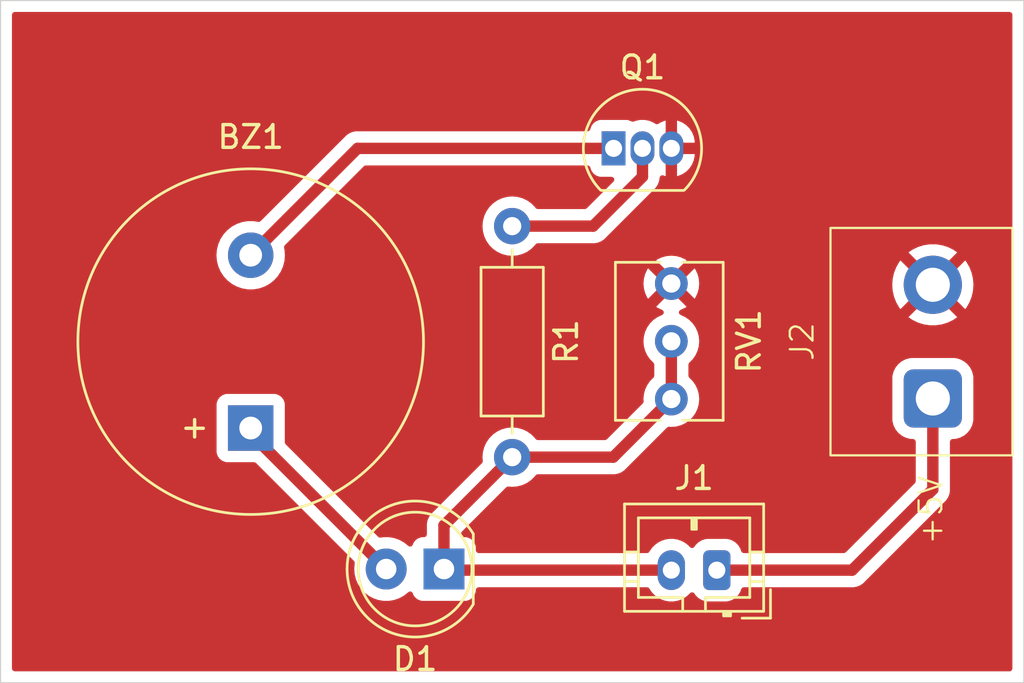
<source format=kicad_pcb>
(kicad_pcb (version 20240108) (generator "pcbnew") (generator_version "8.0")
  (layers (0 "F.Cu" signal) (31 "B.Cu" signal) (34 "B.Paste" user) (35 "F.Paste" user) (36 "B.SilkS" user "B.Silkscreen") (37 "F.SilkS" user "F.Silkscreen") (38 "B.Mask" user) (39 "F.Mask" user) (44 "Edge.Cuts" user))
  (net 0 "")
  (net 1 "+5V")
  (net 2 "Net-(BZ1--)")
  (net 3 "Net-(D1-K)")
  (net 4 "GND")
  (net 5 "Net-(Q1-B)")
  (footprint "Resistor_THT:R_Axial_DIN0207_L6.3mm_D2.5mm_P10.16mm_Horizontal" (layer "F.Cu") (at 133.5 57.42 -90)
    (property "Reference" "R1" (at 5.08 -2.37 90) (layer "F.SilkS"))
    (property "Value" "R")
    (fp_line (start 1.81 1.37) (end 8.35 1.37) (stroke (width 0.12)) (layer "F.SilkS"))
    (fp_line (start 8.35 1.37) (end 8.35 -1.37) (stroke (width 0.12)) (layer "F.SilkS"))
    (fp_line (start 1.04 0) (end 1.81 0) (stroke (width 0.12)) (layer "F.SilkS"))
    (fp_line (start 9.12 0) (end 8.35 0) (stroke (width 0.12)) (layer "F.SilkS"))
    (fp_line (start 1.81 -1.37) (end 1.81 1.37) (stroke (width 0.12)) (layer "F.SilkS"))
    (fp_line (start 8.35 -1.37) (end 1.81 -1.37) (stroke (width 0.12)) (layer "F.SilkS"))
    (pad "1" thru_hole circle (at 0 0 270) (size 1.6 1.6) (drill 0.8) (layers "*.Cu" "*.Mask") (net 5 "Net-(Q1-B)"))
    (pad "2" thru_hole oval (at 10.16 0 270) (size 1.6 1.6) (drill 0.8) (layers "*.Cu" "*.Mask") (net 3 "Net-(D1-K)"))
  )
  (footprint "Connector_JST:JST_PH_B2B-PH-K_1x02_P2.00mm_Vertical" (layer "F.Cu") (at 142.5 72.55 180)
    (property "Reference" "J1" (at 1 4.05 0) (layer "F.SilkS"))
    (property "Value" "Conn_01x02_Pin" (hide yes))
    (fp_line (start 4.06 2.91) (end 4.06 -1.81) (stroke (width 0.12)) (layer "F.SilkS"))
    (fp_line (start 4.06 0.8) (end 3.45 0.8) (stroke (width 0.12)) (layer "F.SilkS"))
    (fp_line (start 4.06 -0.5) (end 3.45 -0.5) (stroke (width 0.12)) (layer "F.SilkS"))
    (fp_line (start 4.06 -1.81) (end -2.06 -1.81) (stroke (width 0.12)) (layer "F.SilkS"))
    (fp_line (start 3.45 2.3) (end 3.45 -1.2) (stroke (width 0.12)) (layer "F.SilkS"))
    (fp_line (start 3.45 -1.2) (end 1.5 -1.2) (stroke (width 0.12)) (layer "F.SilkS"))
    (fp_line (start 1.5 -1.2) (end 1.5 -1.81) (stroke (width 0.12)) (layer "F.SilkS"))
    (fp_line (start 1.1 1.8) (end 1.1 2.3) (stroke (width 0.12)) (layer "F.SilkS"))
    (fp_line (start 1 2.3) (end 1 1.8) (stroke (width 0.12)) (layer "F.SilkS"))
    (fp_line (start 0.9 2.3) (end 0.9 1.8) (stroke (width 0.12)) (layer "F.SilkS"))
    (fp_line (start 0.9 1.8) (end 1.1 1.8) (stroke (width 0.12)) (layer "F.SilkS"))
    (fp_line (start 0.5 -1.2) (end -1.45 -1.2) (stroke (width 0.12)) (layer "F.SilkS"))
    (fp_line (start 0.5 -1.81) (end 0.5 -1.2) (stroke (width 0.12)) (layer "F.SilkS"))
    (fp_line (start -0.3 -1.81) (end -0.3 -2.01) (stroke (width 0.12)) (layer "F.SilkS"))
    (fp_line (start -0.3 -1.91) (end -0.6 -1.91) (stroke (width 0.12)) (layer "F.SilkS"))
    (fp_line (start -0.3 -2.01) (end -0.6 -2.01) (stroke (width 0.12)) (layer "F.SilkS"))
    (fp_line (start -0.6 -2.01) (end -0.6 -1.81) (stroke (width 0.12)) (layer "F.SilkS"))
    (fp_line (start -1.11 -2.11) (end -2.36 -2.11) (stroke (width 0.12)) (layer "F.SilkS"))
    (fp_line (start -1.45 2.3) (end 3.45 2.3) (stroke (width 0.12)) (layer "F.SilkS"))
    (fp_line (start -1.45 -1.2) (end -1.45 2.3) (stroke (width 0.12)) (layer "F.SilkS"))
    (fp_line (start -2.06 2.91) (end 4.06 2.91) (stroke (width 0.12)) (layer "F.SilkS"))
    (fp_line (start -2.06 0.8) (end -1.45 0.8) (stroke (width 0.12)) (layer "F.SilkS"))
    (fp_line (start -2.06 -0.5) (end -1.45 -0.5) (stroke (width 0.12)) (layer "F.SilkS"))
    (fp_line (start -2.06 -1.81) (end -2.06 2.91) (stroke (width 0.12)) (layer "F.SilkS"))
    (fp_line (start -2.36 -2.11) (end -2.36 -0.86) (stroke (width 0.12)) (layer "F.SilkS"))
    (pad "1" thru_hole roundrect (at 0 0 180) (size 1.2 1.75) (drill 0.75) (layers "*.Cu" "*.Mask") (roundrect_rratio 0.208333) (net 1 "+5V"))
    (pad "2" thru_hole oval (at 2 0 180) (size 1.2 1.75) (drill 0.75) (layers "*.Cu" "*.Mask") (net 3 "Net-(D1-K)"))
  )
  (footprint "Potentiometer_THT:Potentiometer_Bourns_3266Y_Vertical" (layer "F.Cu") (at 140.5 65.025 -90)
    (property "Reference" "RV1" (at -2.54 -3.41 90) (layer "F.SilkS"))
    (property "Value" "R_Potentiometer" (hide yes))
    (fp_line (start -6.015 2.46) (end 0.935 2.46) (stroke (width 0.12)) (layer "F.SilkS"))
    (fp_line (start -6.015 0.496) (end -6.015 2.46) (stroke (width 0.12)) (layer "F.SilkS"))
    (fp_line (start 0.935 0.496) (end 0.935 2.46) (stroke (width 0.12)) (layer "F.SilkS"))
    (fp_line (start -6.015 -2.28) (end -6.015 -0.494) (stroke (width 0.12)) (layer "F.SilkS"))
    (fp_line (start -6.015 -2.28) (end 0.935 -2.28) (stroke (width 0.12)) (layer "F.SilkS"))
    (fp_line (start 0.935 -2.28) (end 0.935 -0.494) (stroke (width 0.12)) (layer "F.SilkS"))
    (pad "1" thru_hole circle (at 0 0 270) (size 1.44 1.44) (drill 0.8) (layers "*.Cu" "*.Mask") (net 3 "Net-(D1-K)"))
    (pad "2" thru_hole circle (at -2.54 0 270) (size 1.44 1.44) (drill 0.8) (layers "*.Cu" "*.Mask") (net 3 "Net-(D1-K)"))
    (pad "3" thru_hole circle (at -5.08 0 270) (size 1.44 1.44) (drill 0.8) (layers "*.Cu" "*.Mask") (net 4 "GND"))
  )
  (footprint "Buzzer_Beeper:Buzzer_15x7.5RM7.6" (layer "F.Cu") (at 122 66.3 90)
    (property "Reference" "BZ1" (at 12.8 0 180) (layer "F.SilkS"))
    (property "Value" "Buzzer")
    (fp_circle (center 3.8 0) (end 11.4 0) (stroke (width 0.12)) (fill none) (layer "F.SilkS"))
    (fp_text user "+" (at -0.01 -2.54 90) (layer "F.SilkS"))
    (pad "1" thru_hole rect (at 0 0 90) (size 2 2) (drill 1) (layers "*.Cu" "*.Mask") (net 1 "+5V"))
    (pad "2" thru_hole circle (at 7.6 0 90) (size 2 2) (drill 1) (layers "*.Cu" "*.Mask") (net 2 "Net-(BZ1--)"))
  )
  (footprint "LED_THT:LED_D5.0mm" (layer "F.Cu") (at 130.5 72.5 180)
    (property "Reference" "D1" (at 1.27 -3.96 0) (layer "F.SilkS"))
    (property "Value" "Red")
    (fp_line (start -1.29 -1.545) (end -1.29 1.545) (stroke (width 0.12)) (layer "F.SilkS"))
    (fp_arc (start 4.26 -0.000462) (mid 2.072002 2.880433) (end -1.29 1.54483) (stroke (width 0.12)) (layer "F.SilkS"))
    (fp_arc (start -1.29 -1.54483) (mid 2.072002 -2.880433) (end 4.26 0.000462) (stroke (width 0.12)) (layer "F.SilkS"))
    (fp_circle (center 1.27 0) (end 3.77 0) (stroke (width 0.12)) (fill none) (layer "F.SilkS"))
    (pad "1" thru_hole rect (at 0 0 180) (size 1.8 1.8) (drill 0.9) (layers "*.Cu" "*.Mask") (net 3 "Net-(D1-K)"))
    (pad "2" thru_hole circle (at 2.54 0 180) (size 1.8 1.8) (drill 0.9) (layers "*.Cu" "*.Mask") (net 1 "+5V"))
  )
  (footprint "mipt:FK301-5.0" (layer "F.Cu") (at 152 62.5 90)
    (property "Reference" "J2" (at 0 -5.75 90) (layer "F.SilkS") (effects (font (thickness 0.1))))
    (property "Value" "Screw_Terminal_01x02")
    (fp_rect (start -5 -4.5) (end 5 3.5) (stroke (width 0.1)) (fill none) (layer "F.SilkS"))
    (pad "1" thru_hole roundrect (at -2.5 0 90) (size 2.56 2.56) (drill 1.5) (layers "*.Cu" "*.Mask") (roundrect_rratio 0.1640419948) (net 1 "+5V"))
    (pad "2" thru_hole circle (at 2.5 0 90) (size 2.56 2.56) (drill 1.5) (layers "*.Cu" "*.Mask") (net 4 "GND"))
  )
  (footprint "Package_TO_SOT_THT:TO-92_Inline" (layer "F.Cu") (at 137.96 54)
    (property "Reference" "Q1" (at 1.27 -3.56 0) (layer "F.SilkS"))
    (property "Value" "BC337-40")
    (fp_line (start -0.53 1.85) (end 3.07 1.85) (stroke (width 0.12)) (layer "F.SilkS"))
    (fp_arc (start -0.568478 1.838478) (mid -1.132087 -0.994977) (end 1.27 -2.6) (stroke (width 0.12)) (layer "F.SilkS"))
    (fp_arc (start 1.27 -2.6) (mid 3.672087 -0.994977) (end 3.108478 1.838478) (stroke (width 0.12)) (layer "F.SilkS"))
    (pad "1" thru_hole rect (at 0 0) (size 1.05 1.5) (drill 0.75) (layers "*.Cu" "*.Mask") (net 2 "Net-(BZ1--)"))
    (pad "2" thru_hole oval (at 1.27 0) (size 1.05 1.5) (drill 0.75) (layers "*.Cu" "*.Mask") (net 5 "Net-(Q1-B)"))
    (pad "3" thru_hole oval (at 2.54 0) (size 1.05 1.5) (drill 0.75) (layers "*.Cu" "*.Mask") (net 4 "GND"))
  )
  (gr_rect (start 111 47.5) (end 156 77.5) (stroke (width 0.05)) (fill none) (layer "Edge.Cuts"))
  (gr_text "+5V" (at 152.5 71.5 90) (layer "F.SilkS") (effects (font (size 1 1) (thickness 0.1)) (justify left bottom)))
  (segment (start 148.45 72.55) (end 152 69) (width 0.5) (layer "F.Cu") (net 1))
  (segment (start 142.5 72.55) (end 148.45 72.55) (width 0.5) (layer "F.Cu") (net 1))
  (segment (start 127.96 72.5) (end 122 66.54) (width 0.5) (layer "F.Cu") (net 1))
  (segment (start 152 69) (end 152 65) (width 0.5) (layer "F.Cu") (net 1))
  (segment (start 122 66.54) (end 122 66.3) (width 0.5) (layer "F.Cu") (net 1))
  (segment (start 126.7 54) (end 137.96 54) (width 0.5) (layer "F.Cu") (net 2))
  (segment (start 126.7 54) (end 122 58.7) (width 0.5) (layer "F.Cu") (net 2))
  (segment (start 140.5 62.485) (end 140.5 65.025) (width 0.5) (layer "F.Cu") (net 3))
  (segment (start 133.5 67.58) (end 137.945 67.58) (width 0.5) (layer "F.Cu") (net 3))
  (segment (start 131 72.5) (end 131.05 72.55) (width 0.5) (layer "F.Cu") (net 3))
  (segment (start 137.945 67.58) (end 140.5 65.025) (width 0.5) (layer "F.Cu") (net 3))
  (segment (start 130.5 70.58) (end 133.5 67.58) (width 0.5) (layer "F.Cu") (net 3))
  (segment (start 131.05 72.55) (end 140.5 72.55) (width 0.5) (layer "F.Cu") (net 3))
  (segment (start 130.5 72.5) (end 130.5 70.58) (width 0.5) (layer "F.Cu") (net 3))
  (segment (start 130.5 72.5) (end 131 72.5) (width 0.5) (layer "F.Cu") (net 3))
  (segment (start 140.555 60) (end 140.5 59.945) (width 0.2) (layer "F.Cu") (net 4))
  (segment (start 139.23 54) (end 139.23 55.25) (width 0.5) (layer "F.Cu") (net 5))
  (segment (start 139.23 55.25) (end 137.06 57.42) (width 0.5) (layer "F.Cu") (net 5))
  (segment (start 137.06 57.42) (end 133.5 57.42) (width 0.5) (layer "F.Cu") (net 5))
  (zone (net 4) (net_name "GND") (layer "F.Cu") (connect_pads (clearance 0.5)) (min_thickness 0.25) (fill yes (thermal_gap 0.5) (thermal_bridge_width 0.5))
    (polygon (pts (xy 111.5 48) (xy 155.5 48) (xy 155.5 77) (xy 111.5 77)))
  )
)
</source>
